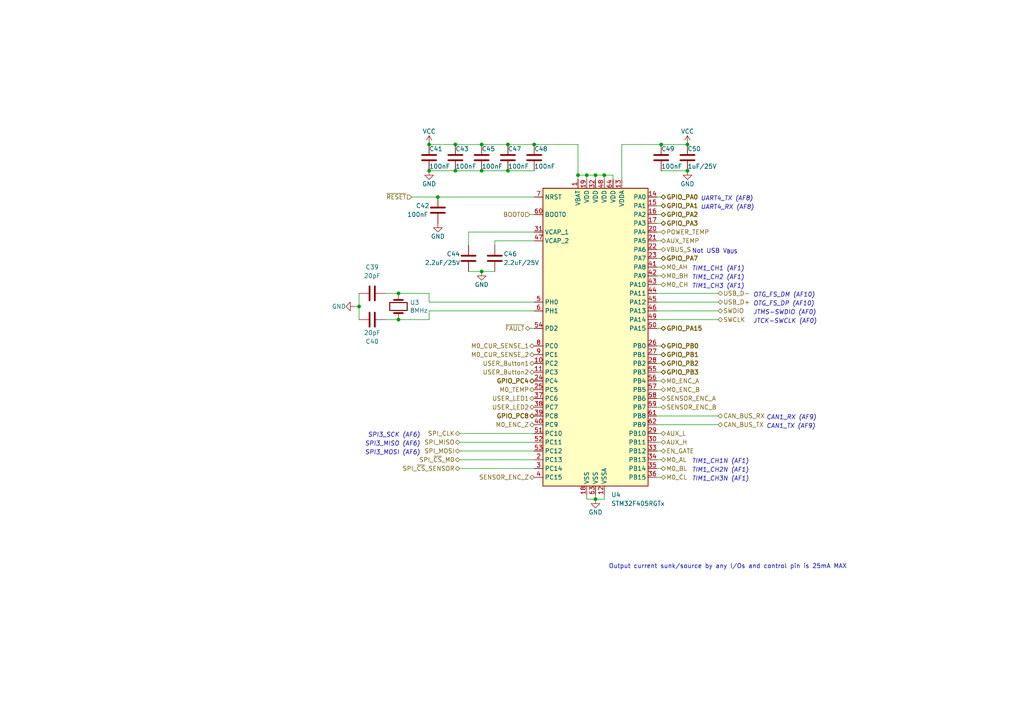
<source format=kicad_sch>
(kicad_sch (version 20211123) (generator eeschema)
  (paper "A4")
  (lib_symbols
    (symbol "Device:C" (pin_numbers hide) (pin_names (offset 0.254))
      (property "Reference" "C" (at 0.635 2.54 0))
      (property "Value" "C" (at 0.635 -2.54 0))
      (symbol "C_0_1"
        (polyline (pts (xy -2.032 -0.762) (xy 2.032 -0.762)) (stroke (width 0.508)))
        (polyline (pts (xy -2.032 0.762) (xy 2.032 0.762)) (stroke (width 0.508)))
      )
      (symbol "C_1_1"
        (pin passive line (at 0 3.81 270) (length 2.794) (name "~") (number "1"))
        (pin passive line (at 0 -3.81 90) (length 2.794) (name "~") (number "2"))
      )
    )
    (symbol "Device:Crystal" (pin_numbers hide) (pin_names (offset 1.016) hide)
      (property "Reference" "Y" (at 0 3.81 0))
      (property "Value" "Crystal" (at 0 -3.81 0))
      (symbol "Crystal_0_1"
        (rectangle (start -1.143 2.54) (end 1.143 -2.54) (stroke (width 0.3048)))
        (polyline (pts (xy -2.54 0) (xy -1.905 0)))
        (polyline (pts (xy -1.905 -1.27) (xy -1.905 1.27)) (stroke (width 0.508)))
        (polyline (pts (xy 1.905 -1.27) (xy 1.905 1.27)) (stroke (width 0.508)))
        (polyline (pts (xy 2.54 0) (xy 1.905 0)))
      )
      (symbol "Crystal_1_1"
        (pin passive line (at -3.81 0 0) (length 1.27) (name "1") (number "1"))
        (pin passive line (at 3.81 0 180) (length 1.27) (name "2") (number "2"))
      )
    )
    (symbol "MCU_ST_STM32F4:STM32F405RGTx"
      (property "Reference" "U" (at -15.24 44.45 0))
      (property "Value" "STM32F405RGTx" (at 10.16 44.45 0))
      (symbol "STM32F405RGTx_0_1"
        (rectangle (start -15.24 -43.18) (end 15.24 43.18) (stroke (width 0.254)) (fill (type background)))
      )
      (symbol "STM32F405RGTx_1_1"
        (pin power_in line (at -5.08 45.72 270) (length 2.54) (name "VBAT") (number "1"))
        (pin bidirectional line (at -17.78 -7.62 0) (length 2.54) (name "PC2") (number "10"))
        (pin bidirectional line (at -17.78 -10.16 0) (length 2.54) (name "PC3") (number "11"))
        (pin power_in line (at 2.54 -45.72 90) (length 2.54) (name "VSSA") (number "12"))
        (pin power_in line (at 7.62 45.72 270) (length 2.54) (name "VDDA") (number "13"))
        (pin bidirectional line (at 17.78 40.64 180) (length 2.54) (name "PA0") (number "14"))
        (pin bidirectional line (at 17.78 38.1 180) (length 2.54) (name "PA1") (number "15"))
        (pin bidirectional line (at 17.78 35.56 180) (length 2.54) (name "PA2") (number "16"))
        (pin bidirectional line (at 17.78 33.02 180) (length 2.54) (name "PA3") (number "17"))
        (pin power_in line (at -2.54 -45.72 90) (length 2.54) (name "VSS") (number "18"))
        (pin power_in line (at -2.54 45.72 270) (length 2.54) (name "VDD") (number "19"))
        (pin bidirectional line (at -17.78 -35.56 0) (length 2.54) (name "PC13") (number "2"))
        (pin bidirectional line (at 17.78 30.48 180) (length 2.54) (name "PA4") (number "20"))
        (pin bidirectional line (at 17.78 27.94 180) (length 2.54) (name "PA5") (number "21"))
        (pin bidirectional line (at 17.78 25.4 180) (length 2.54) (name "PA6") (number "22"))
        (pin bidirectional line (at 17.78 22.86 180) (length 2.54) (name "PA7") (number "23"))
        (pin bidirectional line (at -17.78 -12.7 0) (length 2.54) (name "PC4") (number "24"))
        (pin bidirectional line (at -17.78 -15.24 0) (length 2.54) (name "PC5") (number "25"))
        (pin bidirectional line (at 17.78 -2.54 180) (length 2.54) (name "PB0") (number "26"))
        (pin bidirectional line (at 17.78 -5.08 180) (length 2.54) (name "PB1") (number "27"))
        (pin bidirectional line (at 17.78 -7.62 180) (length 2.54) (name "PB2") (number "28"))
        (pin bidirectional line (at 17.78 -27.94 180) (length 2.54) (name "PB10") (number "29"))
        (pin bidirectional line (at -17.78 -38.1 0) (length 2.54) (name "PC14") (number "3"))
        (pin bidirectional line (at 17.78 -30.48 180) (length 2.54) (name "PB11") (number "30"))
        (pin power_in line (at -17.78 30.48 0) (length 2.54) (name "VCAP_1") (number "31"))
        (pin power_in line (at 0 45.72 270) (length 2.54) (name "VDD") (number "32"))
        (pin bidirectional line (at 17.78 -33.02 180) (length 2.54) (name "PB12") (number "33"))
        (pin bidirectional line (at 17.78 -35.56 180) (length 2.54) (name "PB13") (number "34"))
        (pin bidirectional line (at 17.78 -38.1 180) (length 2.54) (name "PB14") (number "35"))
        (pin bidirectional line (at 17.78 -40.64 180) (length 2.54) (name "PB15") (number "36"))
        (pin bidirectional line (at -17.78 -17.78 0) (length 2.54) (name "PC6") (number "37"))
        (pin bidirectional line (at -17.78 -20.32 0) (length 2.54) (name "PC7") (number "38"))
        (pin bidirectional line (at -17.78 -22.86 0) (length 2.54) (name "PC8") (number "39"))
        (pin bidirectional line (at -17.78 -40.64 0) (length 2.54) (name "PC15") (number "4"))
        (pin bidirectional line (at -17.78 -25.4 0) (length 2.54) (name "PC9") (number "40"))
        (pin bidirectional line (at 17.78 20.32 180) (length 2.54) (name "PA8") (number "41"))
        (pin bidirectional line (at 17.78 17.78 180) (length 2.54) (name "PA9") (number "42"))
        (pin bidirectional line (at 17.78 15.24 180) (length 2.54) (name "PA10") (number "43"))
        (pin bidirectional line (at 17.78 12.7 180) (length 2.54) (name "PA11") (number "44"))
        (pin bidirectional line (at 17.78 10.16 180) (length 2.54) (name "PA12") (number "45"))
        (pin bidirectional line (at 17.78 7.62 180) (length 2.54) (name "PA13") (number "46"))
        (pin power_in line (at -17.78 27.94 0) (length 2.54) (name "VCAP_2") (number "47"))
        (pin power_in line (at 2.54 45.72 270) (length 2.54) (name "VDD") (number "48"))
        (pin bidirectional line (at 17.78 5.08 180) (length 2.54) (name "PA14") (number "49"))
        (pin input line (at -17.78 10.16 0) (length 2.54) (name "PH0") (number "5"))
        (pin bidirectional line (at 17.78 2.54 180) (length 2.54) (name "PA15") (number "50"))
        (pin bidirectional line (at -17.78 -27.94 0) (length 2.54) (name "PC10") (number "51"))
        (pin bidirectional line (at -17.78 -30.48 0) (length 2.54) (name "PC11") (number "52"))
        (pin bidirectional line (at -17.78 -33.02 0) (length 2.54) (name "PC12") (number "53"))
        (pin bidirectional line (at -17.78 2.54 0) (length 2.54) (name "PD2") (number "54"))
        (pin bidirectional line (at 17.78 -10.16 180) (length 2.54) (name "PB3") (number "55"))
        (pin bidirectional line (at 17.78 -12.7 180) (length 2.54) (name "PB4") (number "56"))
        (pin bidirectional line (at 17.78 -15.24 180) (length 2.54) (name "PB5") (number "57"))
        (pin bidirectional line (at 17.78 -17.78 180) (length 2.54) (name "PB6") (number "58"))
        (pin bidirectional line (at 17.78 -20.32 180) (length 2.54) (name "PB7") (number "59"))
        (pin input line (at -17.78 7.62 0) (length 2.54) (name "PH1") (number "6"))
        (pin input line (at -17.78 35.56 0) (length 2.54) (name "BOOT0") (number "60"))
        (pin bidirectional line (at 17.78 -22.86 180) (length 2.54) (name "PB8") (number "61"))
        (pin bidirectional line (at 17.78 -25.4 180) (length 2.54) (name "PB9") (number "62"))
        (pin power_in line (at 0 -45.72 90) (length 2.54) (name "VSS") (number "63"))
        (pin power_in line (at 5.08 45.72 270) (length 2.54) (name "VDD") (number "64"))
        (pin input line (at -17.78 40.64 0) (length 2.54) (name "NRST") (number "7"))
        (pin bidirectional line (at -17.78 -2.54 0) (length 2.54) (name "PC0") (number "8"))
        (pin bidirectional line (at -17.78 -5.08 0) (length 2.54) (name "PC1") (number "9"))
      )
    )
    (symbol "power:GND" (power) (pin_names (offset 0))
      (property "Value" "GND" (at 0 -3.81 0))
      (symbol "GND_0_1"
        (polyline (pts (xy 0 0) (xy 0 -1.27) (xy 1.27 -1.27) (xy 0 -2.54) (xy -1.27 -1.27) (xy 0 -1.27)))
      )
      (symbol "GND_1_1"
        (pin power_in line (at 0 0 270) (length 0) hide (name "GND") (number "1"))
      )
    )
    (symbol "power:VCC" (power) (pin_names (offset 0))
      (property "Value" "VCC" (at 0 3.81 0))
      (symbol "VCC_0_1"
        (polyline (pts (xy -0.762 1.27) (xy 0 2.54)))
        (polyline (pts (xy 0 0) (xy 0 2.54)))
        (polyline (pts (xy 0 2.54) (xy 0.762 1.27)))
      )
      (symbol "VCC_1_1"
        (pin power_in line (at 0 0 90) (length 0) hide (name "VCC") (number "1"))
      )
    )
  )
  (junction (at 170.18 50.8))
  (junction (at 124.46 49.53))
  (junction (at 104.14 88.9))
  (junction (at 172.72 144.78))
  (junction (at 154.94 41.91))
  (junction (at 139.7 41.91))
  (junction (at 147.32 49.53))
  (junction (at 124.46 41.91))
  (junction (at 132.08 49.53))
  (junction (at 175.26 50.8))
  (junction (at 139.7 49.53))
  (junction (at 115.57 92.71))
  (junction (at 167.64 50.8))
  (junction (at 172.72 50.8))
  (junction (at 127 57.15))
  (junction (at 191.77 41.91))
  (junction (at 139.7 78.74))
  (junction (at 115.57 85.09))
  (junction (at 199.39 49.53))
  (junction (at 132.08 41.91))
  (junction (at 147.32 41.91))
  (junction (at 199.39 41.91))
  (wire (pts (xy 191.77 69.85) (xy 190.5 69.85)))
  (wire (pts (xy 175.26 50.8) (xy 175.26 52.07)))
  (wire (pts (xy 104.14 85.09) (xy 104.14 88.9)))
  (wire (pts (xy 133.35 128.27) (xy 154.94 128.27)))
  (wire (pts (xy 170.18 143.51) (xy 170.18 144.78)))
  (wire (pts (xy 124.46 85.09) (xy 115.57 85.09)))
  (wire (pts (xy 102.87 88.9) (xy 104.14 88.9)))
  (wire (pts (xy 191.77 80.01) (xy 190.5 80.01)))
  (wire (pts (xy 191.77 115.57) (xy 190.5 115.57)))
  (wire (pts (xy 191.77 130.81) (xy 190.5 130.81)))
  (wire (pts (xy 208.28 92.71) (xy 190.5 92.71)))
  (wire (pts (xy 191.77 107.95) (xy 190.5 107.95)))
  (wire (pts (xy 111.76 92.71) (xy 115.57 92.71)))
  (wire (pts (xy 172.72 50.8) (xy 170.18 50.8)))
  (wire (pts (xy 191.77 138.43) (xy 190.5 138.43)))
  (wire (pts (xy 191.77 72.39) (xy 190.5 72.39)))
  (wire (pts (xy 153.67 95.25) (xy 154.94 95.25)))
  (wire (pts (xy 191.77 113.03) (xy 190.5 113.03)))
  (wire (pts (xy 208.28 90.17) (xy 190.5 90.17)))
  (wire (pts (xy 170.18 144.78) (xy 172.72 144.78)))
  (wire (pts (xy 172.72 50.8) (xy 172.72 52.07)))
  (wire (pts (xy 170.18 50.8) (xy 167.64 50.8)))
  (wire (pts (xy 175.26 144.78) (xy 175.26 143.51)))
  (wire (pts (xy 154.94 67.31) (xy 135.89 67.31)))
  (wire (pts (xy 190.5 123.19) (xy 208.28 123.19)))
  (wire (pts (xy 191.77 95.25) (xy 190.5 95.25)))
  (wire (pts (xy 191.77 41.91) (xy 199.39 41.91)))
  (wire (pts (xy 191.77 57.15) (xy 190.5 57.15)))
  (wire (pts (xy 132.08 41.91) (xy 124.46 41.91)))
  (wire (pts (xy 175.26 50.8) (xy 172.72 50.8)))
  (wire (pts (xy 191.77 67.31) (xy 190.5 67.31)))
  (wire (pts (xy 167.64 41.91) (xy 154.94 41.91)))
  (wire (pts (xy 191.77 102.87) (xy 190.5 102.87)))
  (wire (pts (xy 191.77 128.27) (xy 190.5 128.27)))
  (wire (pts (xy 154.94 87.63) (xy 124.46 87.63)))
  (wire (pts (xy 139.7 41.91) (xy 132.08 41.91)))
  (wire (pts (xy 191.77 133.35) (xy 190.5 133.35)))
  (wire (pts (xy 154.94 41.91) (xy 147.32 41.91)))
  (wire (pts (xy 124.46 87.63) (xy 124.46 85.09)))
  (wire (pts (xy 154.94 69.85) (xy 143.51 69.85)))
  (wire (pts (xy 191.77 125.73) (xy 190.5 125.73)))
  (wire (pts (xy 180.34 41.91) (xy 191.77 41.91)))
  (wire (pts (xy 191.77 77.47) (xy 190.5 77.47)))
  (wire (pts (xy 139.7 78.74) (xy 143.51 78.74)))
  (wire (pts (xy 132.08 49.53) (xy 139.7 49.53)))
  (wire (pts (xy 124.46 49.53) (xy 132.08 49.53)))
  (wire (pts (xy 177.8 52.07) (xy 177.8 50.8)))
  (wire (pts (xy 191.77 49.53) (xy 199.39 49.53)))
  (wire (pts (xy 191.77 62.23) (xy 190.5 62.23)))
  (wire (pts (xy 191.77 100.33) (xy 190.5 100.33)))
  (wire (pts (xy 190.5 85.09) (xy 208.28 85.09)))
  (wire (pts (xy 143.51 69.85) (xy 143.51 71.12)))
  (wire (pts (xy 111.76 85.09) (xy 115.57 85.09)))
  (wire (pts (xy 127 57.15) (xy 154.94 57.15)))
  (wire (pts (xy 154.94 90.17) (xy 124.46 90.17)))
  (wire (pts (xy 191.77 118.11) (xy 190.5 118.11)))
  (wire (pts (xy 124.46 90.17) (xy 124.46 92.71)))
  (wire (pts (xy 147.32 41.91) (xy 139.7 41.91)))
  (wire (pts (xy 133.35 135.89) (xy 154.94 135.89)))
  (wire (pts (xy 139.7 49.53) (xy 147.32 49.53)))
  (wire (pts (xy 124.46 92.71) (xy 115.57 92.71)))
  (wire (pts (xy 191.77 110.49) (xy 190.5 110.49)))
  (wire (pts (xy 191.77 82.55) (xy 190.5 82.55)))
  (wire (pts (xy 153.67 62.23) (xy 154.94 62.23)))
  (wire (pts (xy 172.72 144.78) (xy 175.26 144.78)))
  (wire (pts (xy 167.64 50.8) (xy 167.64 41.91)))
  (wire (pts (xy 191.77 64.77) (xy 190.5 64.77)))
  (wire (pts (xy 104.14 88.9) (xy 104.14 92.71)))
  (wire (pts (xy 191.77 59.69) (xy 190.5 59.69)))
  (wire (pts (xy 170.18 50.8) (xy 170.18 52.07)))
  (wire (pts (xy 119.38 57.15) (xy 127 57.15)))
  (wire (pts (xy 191.77 74.93) (xy 190.5 74.93)))
  (wire (pts (xy 133.35 125.73) (xy 154.94 125.73)))
  (wire (pts (xy 180.34 52.07) (xy 180.34 41.91)))
  (wire (pts (xy 190.5 120.65) (xy 208.28 120.65)))
  (wire (pts (xy 172.72 143.51) (xy 172.72 144.78)))
  (wire (pts (xy 147.32 49.53) (xy 154.94 49.53)))
  (wire (pts (xy 135.89 67.31) (xy 135.89 71.12)))
  (wire (pts (xy 135.89 78.74) (xy 139.7 78.74)))
  (wire (pts (xy 133.35 133.35) (xy 154.94 133.35)))
  (wire (pts (xy 133.35 130.81) (xy 154.94 130.81)))
  (wire (pts (xy 191.77 135.89) (xy 190.5 135.89)))
  (wire (pts (xy 190.5 87.63) (xy 208.28 87.63)))
  (wire (pts (xy 167.64 50.8) (xy 167.64 52.07)))
  (wire (pts (xy 177.8 50.8) (xy 175.26 50.8)))
  (wire (pts (xy 191.77 105.41) (xy 190.5 105.41)))
  (text "UART4_TX (AF8)" (at 203.2 58.42 0) (effects (font (size 1.27 1.27) italic) (justify left bottom)))
  (text "TIM1_CH2 (AF1)" (at 200.66 81.28 0) (effects (font (size 1.27 1.27) italic) (justify left bottom)))
  (text "TIM1_CH1 (AF1)" (at 200.66 78.74 0) (effects (font (size 1.27 1.27) italic) (justify left bottom)))
  (text "Output current sunk/source by any I/Os and control pin is 25mA MAX" (at 176.53 165.1 0) (effects (font (size 1.27 1.27)) (justify left bottom)))
  (text "TIM1_CH1N (AF1)" (at 200.66 134.62 0) (effects (font (size 1.27 1.27) italic) (justify left bottom)))
  (text "TIM1_CH2N (AF1)" (at 200.66 137.16 0) (effects (font (size 1.27 1.27) italic) (justify left bottom)))
  (text "TIM1_CH3 (AF1)" (at 200.66 83.82 0) (effects (font (size 1.27 1.27) italic) (justify left bottom)))
  (text "TIM1_CH3N (AF1)" (at 200.66 139.7 0) (effects (font (size 1.27 1.27) italic) (justify left bottom)))
  (text "SPI3_SCK (AF6)" (at 121.92 127 180) (effects (font (size 1.27 1.27) italic) (justify right bottom)))
  (text "JTMS-SWDIO (AF0)" (at 218.44 91.44 0) (effects (font (size 1.27 1.27) italic) (justify left bottom)))
  (text "SPI3_MOSI (AF6)" (at 121.92 132.08 180) (effects (font (size 1.27 1.27) italic) (justify right bottom)))
  (text "SPI3_MISO (AF6)" (at 121.92 129.54 180) (effects (font (size 1.27 1.27) italic) (justify right bottom)))
  (text "OTG_FS_DM (AF10)" (at 218.44 86.36 0) (effects (font (size 1.27 1.27) italic) (justify left bottom)))
  (text "CAN1_RX (AF9)" (at 222.25 121.92 0) (effects (font (size 1.27 1.27) italic) (justify left bottom)))
  (text "JTCK-SWCLK (AF0)" (at 218.44 93.98 0) (effects (font (size 1.27 1.27) italic) (justify left bottom)))
  (text "Not USB V_{BUS}" (at 200.66 73.66 0) (effects (font (size 1.27 1.27)) (justify left bottom)))
  (text "OTG_FS_DP (AF10)" (at 218.44 88.9 0) (effects (font (size 1.27 1.27) italic) (justify left bottom)))
  (text "CAN1_TX (AF9)" (at 222.25 124.46 0) (effects (font (size 1.27 1.27) italic) (justify left bottom)))
  (text "UART4_RX (AF8)" (at 203.2 60.96 0) (effects (font (size 1.27 1.27) italic) (justify left bottom)))
  (hierarchical_label "GPIO_PA15" (shape bidirectional) (at 191.77 95.25 0) (effects (font (thickness 0.254) bold)))
  (hierarchical_label "USER_LED1" (shape bidirectional) (at 154.94 115.57 180))
  (hierarchical_label "AUX_L" (shape bidirectional) (at 191.77 125.73 0))
  (hierarchical_label "M0_BH" (shape bidirectional) (at 191.77 80.01 0))
  (hierarchical_label "SWDIO" (shape bidirectional) (at 208.28 90.17 0))
  (hierarchical_label "M0_AL" (shape bidirectional) (at 191.77 133.35 0))
  (hierarchical_label "POWER_TEMP" (shape bidirectional) (at 191.77 67.31 0))
  (hierarchical_label "GPIO_PA2" (shape bidirectional) (at 191.77 62.23 0) (effects (font (thickness 0.254) bold)))
  (hierarchical_label "M0_CUR_SENSE_1" (shape bidirectional) (at 154.94 100.33 180))
  (hierarchical_label "M0_ENC_B" (shape bidirectional) (at 191.77 113.03 0))
  (hierarchical_label "CAN_BUS_TX" (shape bidirectional) (at 208.28 123.19 0))
  (hierarchical_label "USER_Button2" (shape bidirectional) (at 154.94 107.95 180))
  (hierarchical_label "GPIO_PC8" (shape bidirectional) (at 154.94 120.65 180) (effects (font (thickness 0.254) bold)))
  (hierarchical_label "SENSOR_ENC_B" (shape bidirectional) (at 191.77 118.11 0))
  (hierarchical_label "GPIO_PA3" (shape bidirectional) (at 191.77 64.77 0) (effects (font (thickness 0.254) bold)))
  (hierarchical_label "SWCLK" (shape bidirectional) (at 208.28 92.71 0))
  (hierarchical_label "M0_TEMP" (shape bidirectional) (at 154.94 113.03 180))
  (hierarchical_label "AUX_TEMP" (shape bidirectional) (at 191.77 69.85 0))
  (hierarchical_label "USER_LED2" (shape bidirectional) (at 154.94 118.11 180))
  (hierarchical_label "M0_CH" (shape bidirectional) (at 191.77 82.55 0))
  (hierarchical_label "USB_D+" (shape bidirectional) (at 208.28 87.63 0))
  (hierarchical_label "VBUS_S" (shape bidirectional) (at 191.77 72.39 0))
  (hierarchical_label "SPI_~{CS}_M0" (shape bidirectional) (at 133.35 133.35 180))
  (hierarchical_label "GPIO_PC4" (shape bidirectional) (at 154.94 110.49 180) (effects (font (thickness 0.254) bold)))
  (hierarchical_label "SENSOR_ENC_A" (shape bidirectional) (at 191.77 115.57 0))
  (hierarchical_label "GPIO_PB3" (shape bidirectional) (at 191.77 107.95 0) (effects (font (thickness 0.254) bold)))
  (hierarchical_label "M0_AH" (shape bidirectional) (at 191.77 77.47 0))
  (hierarchical_label "SENSOR_ENC_Z" (shape bidirectional) (at 154.94 138.43 180))
  (hierarchical_label "M0_BL" (shape bidirectional) (at 191.77 135.89 0))
  (hierarchical_label "GPIO_PB0" (shape bidirectional) (at 191.77 100.33 0) (effects (font (thickness 0.254) bold)))
  (hierarchical_label "BOOT0" (shape input) (at 153.67 62.23 180))
  (hierarchical_label "GPIO_PA1" (shape bidirectional) (at 191.77 59.69 0) (effects (font (thickness 0.254) bold)))
  (hierarchical_label "SPI_MISO" (shape bidirectional) (at 133.35 128.27 180))
  (hierarchical_label "~{RESET}" (shape input) (at 119.38 57.15 180))
  (hierarchical_label "SPI_~{CS}_SENSOR" (shape bidirectional) (at 133.35 135.89 180))
  (hierarchical_label "GPIO_PA0" (shape bidirectional) (at 191.77 57.15 0) (effects (font (thickness 0.254) bold)))
  (hierarchical_label "~{FAULT}" (shape bidirectional) (at 153.67 95.25 180))
  (hierarchical_label "USB_D-" (shape bidirectional) (at 208.28 85.09 0))
  (hierarchical_label "GPIO_PA7" (shape bidirectional) (at 191.77 74.93 0) (effects (font (thickness 0.254) bold)))
  (hierarchical_label "SPI_MOSI" (shape bidirectional) (at 133.35 130.81 180))
  (hierarchical_label "GPIO_PB2" (shape bidirectional) (at 191.77 105.41 0) (effects (font (thickness 0.254) bold)))
  (hierarchical_label "USER_Button1" (shape bidirectional) (at 154.94 105.41 180))
  (hierarchical_label "EN_GATE" (shape bidirectional) (at 191.77 130.81 0))
  (hierarchical_label "AUX_H" (shape bidirectional) (at 191.77 128.27 0))
  (hierarchical_label "M0_ENC_A" (shape bidirectional) (at 191.77 110.49 0))
  (hierarchical_label "SPI_CLK" (shape bidirectional) (at 133.35 125.73 180))
  (hierarchical_label "CAN_BUS_RX" (shape bidirectional) (at 208.28 120.65 0))
  (hierarchical_label "M0_CL" (shape bidirectional) (at 191.77 138.43 0))
  (hierarchical_label "M0_CUR_SENSE_2" (shape bidirectional) (at 154.94 102.87 180))
  (hierarchical_label "M0_ENC_Z" (shape bidirectional) (at 154.94 123.19 180))
  (hierarchical_label "GPIO_PB1" (shape bidirectional) (at 191.77 102.87 0) (effects (font (thickness 0.254) bold)))
  (symbol (lib_id "Device:C") (at 199.39 45.72 0) (unit 1)
    (property "Reference" "C50" (at 199.39 43.18 0) (effects (justify left)))
    (property "Value" "1uF/25V" (at 199.39 48.26 0) (effects (justify left)))
    (property "Footprint" "Capacitor_SMD:C_0402_1005Metric" (effects hide))
  )
  (symbol (lib_id "power:GND") (at 124.46 49.53 0) (unit 1)
    (property "Reference" "#PWR091" (effects hide))
    (property "Value" "GND" (at 124.46 53.34 0))
  )
  (symbol (lib_id "power:GND") (at 127 64.77 0) (unit 1)
    (property "Reference" "#PWR092" (effects hide))
    (property "Value" "GND" (at 127 68.58 0))
  )
  (symbol (lib_id "Device:C") (at 135.89 74.93 0) (unit 1)
    (property "Reference" "C44" (at 129.54 73.66 0) (effects (justify left)))
    (property "Value" "2.2uF/25V" (at 123.19 76.2 0) (effects (justify left)))
    (property "Footprint" "Capacitor_SMD:C_0402_1005Metric" (effects hide))
  )
  (symbol (lib_id "power:GND") (at 172.72 144.78 0) (unit 1)
    (property "Reference" "#PWR094" (effects hide))
    (property "Value" "GND" (at 172.72 148.59 0))
  )
  (symbol (lib_id "MCU_ST_STM32F4:STM32F405RGTx") (at 172.72 97.79 0) (unit 1)
    (property "Reference" "U4" (at 177.2794 143.51 0) (effects (justify left)))
    (property "Value" "STM32F405RGTx" (at 177.2794 146.05 0) (effects (justify left)))
    (property "Footprint" "Package_QFP:LQFP-64_10x10mm_P0.5mm" (effects hide))
    (property "Datasheet" "http://www.st.com/st-web-ui/static/active/en/resource/technical/document/datasheet/DM00037051.pdf" (effects hide))
    (property "JLCPCB Part #" "C15742" (effects hide))
    (property "MFR.Part #" "STM32F405RGT6" (effects hide))
  )
  (symbol (lib_id "Device:C") (at 124.46 45.72 0) (unit 1)
    (property "Reference" "C41" (at 124.46 43.18 0) (effects (justify left)))
    (property "Value" "100nF" (at 124.46 48.26 0) (effects (justify left)))
    (property "Footprint" "Capacitor_SMD:C_0402_1005Metric" (effects hide))
    (property "JLCPCB Part #" "C1525" (effects hide))
    (property "MFR.Part #" "CL05B104KO5NNNC" (effects hide))
  )
  (symbol (lib_id "Device:Crystal") (at 115.57 88.9 270) (unit 1)
    (property "Reference" "U3" (at 118.8974 87.7316 90) (effects (justify left)))
    (property "Value" "8MHz" (at 118.8974 90.043 90) (effects (justify left)))
    (property "Footprint" "Crystal:Crystal_SMD_5032-2Pin_5.0x3.2mm" (effects hide))
    (property "Datasheet" "https://media.digikey.com/pdf/Data%20Sheets/AVX%20PDFs/CX5032GB0yyyyyH0HPQZ1_Series_Spec.pdf" (effects hide))
    (property "MFR.Part #" "X50328MSB2GI" (effects hide))
    (property "JLCPCB Part #" "C115962" (effects hide))
  )
  (symbol (lib_id "Device:C") (at 154.94 45.72 0) (unit 1)
    (property "Reference" "C48" (at 154.94 43.18 0) (effects (justify left)))
    (property "Value" "100nF" (at 154.94 48.26 0) (effects (justify left)))
    (property "Footprint" "Capacitor_SMD:C_0402_1005Metric" (effects hide))
    (property "JLCPCB Part #" "C1525" (effects hide))
    (property "MFR.Part #" "CL05B104KO5NNNC" (effects hide))
  )
  (symbol (lib_id "Device:C") (at 139.7 45.72 0) (unit 1)
    (property "Reference" "C45" (at 139.7 43.18 0) (effects (justify left)))
    (property "Value" "100nF" (at 139.7 48.26 0) (effects (justify left)))
    (property "Footprint" "Capacitor_SMD:C_0402_1005Metric" (effects hide))
    (property "JLCPCB Part #" "C1525" (effects hide))
    (property "MFR.Part #" "CL05B104KO5NNNC" (effects hide))
  )
  (symbol (lib_id "power:VCC") (at 199.39 41.91 0) (unit 1)
    (property "Reference" "#PWR095" (effects hide))
    (property "Value" "VCC" (at 199.39 38.1 0))
  )
  (symbol (lib_id "Device:C") (at 127 60.96 0) (unit 1)
    (property "Reference" "C42" (at 120.65 59.69 0) (effects (justify left)))
    (property "Value" "100nF" (at 118.11 62.23 0) (effects (justify left)))
    (property "Footprint" "Capacitor_SMD:C_0402_1005Metric" (effects hide))
    (property "JLCPCB Part #" "C1525" (effects hide))
    (property "MFR.Part #" "CL05B104KO5NNNC" (effects hide))
  )
  (symbol (lib_id "Device:C") (at 107.95 85.09 90) (unit 1)
    (property "Reference" "C39" (at 107.95 77.47 90))
    (property "Value" "20pF" (at 107.95 80.01 90))
    (property "Footprint" "Capacitor_SMD:C_0402_1005Metric" (effects hide))
  )
  (symbol (lib_id "Device:C") (at 132.08 45.72 0) (unit 1)
    (property "Reference" "C43" (at 132.08 43.18 0) (effects (justify left)))
    (property "Value" "100nF" (at 132.08 48.26 0) (effects (justify left)))
    (property "Footprint" "Capacitor_SMD:C_0402_1005Metric" (effects hide))
    (property "JLCPCB Part #" "C1525" (effects hide))
    (property "MFR.Part #" "CL05B104KO5NNNC" (effects hide))
  )
  (symbol (lib_id "power:GND") (at 199.39 49.53 0) (unit 1)
    (property "Reference" "#PWR096" (effects hide))
    (property "Value" "GND" (at 199.39 53.34 0))
  )
  (symbol (lib_id "power:VCC") (at 124.46 41.91 0) (unit 1)
    (property "Reference" "#PWR090" (effects hide))
    (property "Value" "VCC" (at 124.46 38.1 0))
  )
  (symbol (lib_id "Device:C") (at 147.32 45.72 0) (unit 1)
    (property "Reference" "C47" (at 147.32 43.18 0) (effects (justify left)))
    (property "Value" "100nF" (at 147.32 48.26 0) (effects (justify left)))
    (property "Footprint" "Capacitor_SMD:C_0402_1005Metric" (effects hide))
    (property "JLCPCB Part #" "C1525" (effects hide))
    (property "MFR.Part #" "CL05B104KO5NNNC" (effects hide))
  )
  (symbol (lib_id "power:GND") (at 139.7 78.74 0) (unit 1)
    (property "Reference" "#PWR093" (effects hide))
    (property "Value" "GND" (at 139.7 82.55 0))
  )
  (symbol (lib_id "power:GND") (at 102.87 88.9 270) (unit 1)
    (property "Reference" "#PWR089" (effects hide))
    (property "Value" "GND" (at 100.33 88.9 90) (effects (justify right)))
  )
  (symbol (lib_id "Device:C") (at 107.95 92.71 90) (unit 1)
    (property "Reference" "C40" (at 107.95 99.06 90))
    (property "Value" "20pF" (at 107.95 96.52 90))
    (property "Footprint" "Capacitor_SMD:C_0402_1005Metric" (effects hide))
  )
  (symbol (lib_id "Device:C") (at 143.51 74.93 0) (unit 1)
    (property "Reference" "C46" (at 146.05 73.66 0) (effects (justify left)))
    (property "Value" "2.2uF/25V" (at 146.05 76.2 0) (effects (justify left)))
    (property "Footprint" "Capacitor_SMD:C_0402_1005Metric" (effects hide))
  )
  (symbol (lib_id "Device:C") (at 191.77 45.72 0) (unit 1)
    (property "Reference" "C49" (at 191.77 43.18 0) (effects (justify left)))
    (property "Value" "100nF" (at 191.77 48.26 0) (effects (justify left)))
    (property "Footprint" "Capacitor_SMD:C_0402_1005Metric" (effects hide))
    (property "JLCPCB Part #" "C1525" (effects hide))
    (property "MFR.Part #" "CL05B104KO5NNNC" (effects hide))
  )
)
</source>
